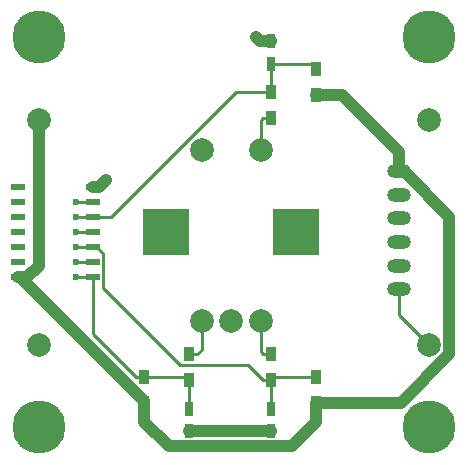
<source format=gtl>
G04 #@! TF.FileFunction,Copper,L1,Top,Signal*
%FSLAX46Y46*%
G04 Gerber Fmt 4.6, Leading zero omitted, Abs format (unit mm)*
G04 Created by KiCad (PCBNEW 4.0.1-stable) date Friday, 17 June 2016 'pmt' 14:58:46*
%MOMM*%
G01*
G04 APERTURE LIST*
%ADD10C,0.100000*%
%ADD11C,4.500000*%
%ADD12R,0.750000X1.200000*%
%ADD13C,2.000000*%
%ADD14O,2.000000X1.200000*%
%ADD15R,0.900000X1.200000*%
%ADD16R,4.000000X4.000000*%
%ADD17R,1.143000X0.508000*%
%ADD18C,0.600000*%
%ADD19C,1.000000*%
%ADD20C,0.250000*%
%ADD21C,1.000000*%
G04 APERTURE END LIST*
D10*
D11*
X102870000Y-86995000D03*
X102870000Y-120015000D03*
X135890000Y-120015000D03*
D12*
X122555000Y-89215000D03*
X122555000Y-87315000D03*
X122555000Y-118430000D03*
X122555000Y-120330000D03*
X115570000Y-118430000D03*
X115570000Y-120330000D03*
D13*
X102890000Y-94030000D03*
X102890000Y-113030000D03*
X135890000Y-113030000D03*
X135890000Y-94030000D03*
D14*
X133350000Y-98330000D03*
X133350000Y-100330000D03*
X133350000Y-102330000D03*
X133350000Y-104330000D03*
X133350000Y-106330000D03*
X133350000Y-108330000D03*
D15*
X122555000Y-91610000D03*
X122555000Y-93810000D03*
X122555000Y-116035000D03*
X122555000Y-113835000D03*
X115570000Y-116035000D03*
X115570000Y-113835000D03*
X126365000Y-91905000D03*
X126365000Y-89705000D03*
X126365000Y-117940000D03*
X126365000Y-115740000D03*
X111760000Y-117940000D03*
X111760000Y-115740000D03*
D16*
X124665000Y-103505000D03*
X113665000Y-103505000D03*
D13*
X121665000Y-96505000D03*
X116665000Y-96505000D03*
X119165000Y-111005000D03*
X116665000Y-111005000D03*
X121665000Y-111005000D03*
D17*
X107442000Y-107315000D03*
X107442000Y-106045000D03*
X107442000Y-104775000D03*
X107442000Y-103505000D03*
X107442000Y-102235000D03*
X107442000Y-100965000D03*
X107442000Y-99695000D03*
X101092000Y-99695000D03*
X101092000Y-100965000D03*
X101092000Y-103505000D03*
X101092000Y-104775000D03*
X101092000Y-106045000D03*
X101092000Y-107315000D03*
X101092000Y-102235000D03*
D11*
X135890000Y-86995000D03*
D18*
X106045000Y-102235000D03*
D19*
X118745000Y-120330000D03*
X108585000Y-99060000D03*
X121285000Y-86995000D03*
D18*
X106045000Y-104775000D03*
X106045000Y-107315000D03*
X106045000Y-100965000D03*
X106045000Y-103505000D03*
X106045000Y-106045000D03*
D20*
X108973998Y-102235000D02*
X107442000Y-102235000D01*
X122555000Y-91610000D02*
X119598998Y-91610000D01*
X119598998Y-91610000D02*
X108973998Y-102235000D01*
X122555000Y-89215000D02*
X125875000Y-89215000D01*
X125875000Y-89215000D02*
X126365000Y-89705000D01*
X122555000Y-91610000D02*
X122555000Y-89215000D01*
X106045000Y-102235000D02*
X107442000Y-102235000D01*
D21*
X118745000Y-120330000D02*
X122555000Y-120330000D01*
X115570000Y-120330000D02*
X118745000Y-120330000D01*
X107442000Y-99695000D02*
X107950000Y-99695000D01*
X107950000Y-99695000D02*
X108585000Y-99060000D01*
X122555000Y-87315000D02*
X121605000Y-87315000D01*
X121605000Y-87315000D02*
X121285000Y-86995000D01*
D20*
X122555000Y-116035000D02*
X121855000Y-116035000D01*
X121855000Y-116035000D02*
X120580001Y-114760001D01*
X120580001Y-114760001D02*
X114859999Y-114760001D01*
X114859999Y-114760001D02*
X108338501Y-108238503D01*
X108338501Y-108238503D02*
X108338501Y-105354001D01*
X108338501Y-105354001D02*
X107759500Y-104775000D01*
X107759500Y-104775000D02*
X107442000Y-104775000D01*
X122555000Y-116035000D02*
X122555000Y-118430000D01*
X126365000Y-115740000D02*
X122850000Y-115740000D01*
X122850000Y-115740000D02*
X122555000Y-116035000D01*
X106045000Y-104775000D02*
X107442000Y-104775000D01*
X115570000Y-116035000D02*
X115570000Y-118430000D01*
X111760000Y-115740000D02*
X115275000Y-115740000D01*
X115275000Y-115740000D02*
X115570000Y-116035000D01*
X111760000Y-115740000D02*
X111060000Y-115740000D01*
X111060000Y-115740000D02*
X107442000Y-112122000D01*
X107442000Y-112122000D02*
X107442000Y-107819000D01*
X107442000Y-107819000D02*
X107442000Y-107315000D01*
X106045000Y-107315000D02*
X107442000Y-107315000D01*
X106045000Y-100965000D02*
X107442000Y-100965000D01*
X107442000Y-103505000D02*
X106045000Y-103505000D01*
X107442000Y-106045000D02*
X106045000Y-106045000D01*
D21*
X101092000Y-107315000D02*
X101907502Y-107315000D01*
X101907502Y-107315000D02*
X102890000Y-106332502D01*
X102890000Y-106332502D02*
X102890000Y-95444213D01*
X102890000Y-95444213D02*
X102890000Y-94030000D01*
X111760000Y-117940000D02*
X111760000Y-117790000D01*
X111760000Y-117790000D02*
X101285000Y-107315000D01*
X101285000Y-107315000D02*
X101092000Y-107315000D01*
X126365000Y-117940000D02*
X126365000Y-119540000D01*
X126365000Y-119540000D02*
X124274999Y-121630001D01*
X124274999Y-121630001D02*
X113850001Y-121630001D01*
X113850001Y-121630001D02*
X111760000Y-119540000D01*
X111760000Y-119540000D02*
X111760000Y-117940000D01*
X133350000Y-98330000D02*
X133750000Y-98330000D01*
X133750000Y-98330000D02*
X137590001Y-102170001D01*
X137590001Y-102170001D02*
X137590001Y-113846001D01*
X133496002Y-117940000D02*
X127815000Y-117940000D01*
X137590001Y-113846001D02*
X133496002Y-117940000D01*
X127815000Y-117940000D02*
X126365000Y-117940000D01*
X133350000Y-98330000D02*
X133350000Y-96730000D01*
X133350000Y-96730000D02*
X128525000Y-91905000D01*
X128525000Y-91905000D02*
X127815000Y-91905000D01*
X127815000Y-91905000D02*
X126365000Y-91905000D01*
D20*
X133350000Y-108330000D02*
X133350000Y-110490000D01*
X133350000Y-110490000D02*
X135890000Y-113030000D01*
X121665000Y-96505000D02*
X121665000Y-94000000D01*
X121665000Y-94000000D02*
X121855000Y-93810000D01*
X121855000Y-93810000D02*
X122555000Y-93810000D01*
X121665000Y-111005000D02*
X121665000Y-113645000D01*
X121665000Y-113645000D02*
X121855000Y-113835000D01*
X121855000Y-113835000D02*
X122555000Y-113835000D01*
X116665000Y-111005000D02*
X116665000Y-113440000D01*
X116665000Y-113440000D02*
X116270000Y-113835000D01*
X116270000Y-113835000D02*
X115570000Y-113835000D01*
M02*

</source>
